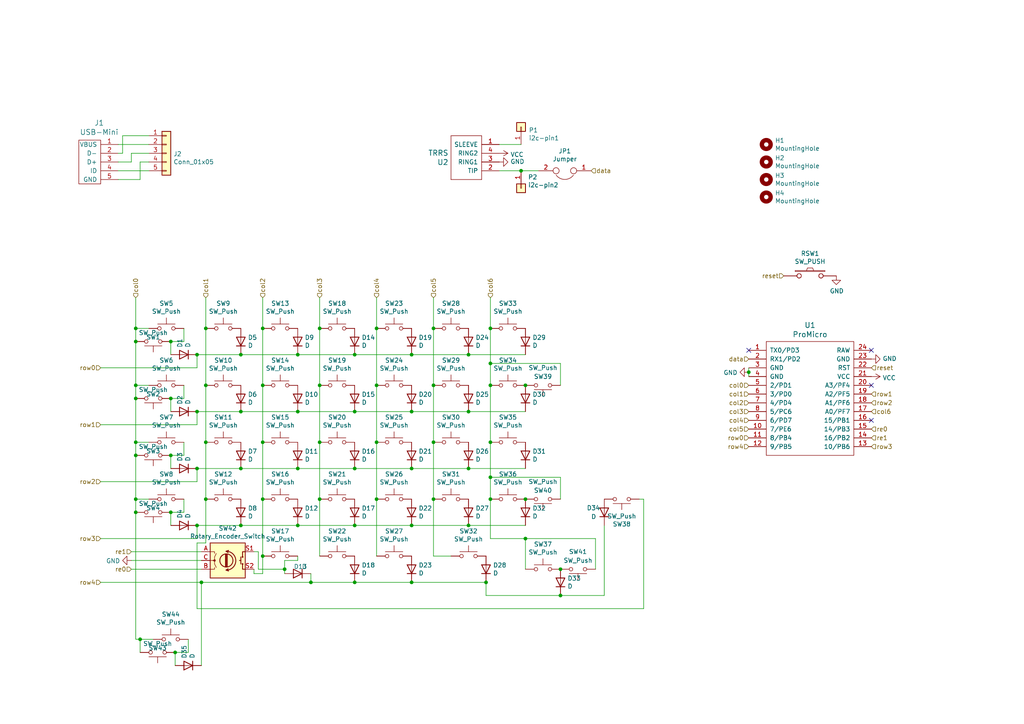
<source format=kicad_sch>
(kicad_sch (version 20211123) (generator eeschema)
  (paper "A4")
  (title_block (title "pluckey") (date "2021-05-23") (rev "1.1") (company "floookay"))
  (lib_symbols
    (symbol "Connector_Generic:Conn_01x01" (pin_names (offset 1.016) hide)
      (property "Reference" "J" (at 0 2.54 0))
      (property "Value" "Conn_01x01" (at 0 -2.54 0))
      (symbol "Conn_01x01_1_1"
        (rectangle (start -1.27 0.127) (end 0 -0.127) (stroke (width 0.1524)))
        (rectangle (start -1.27 1.27) (end 1.27 -1.27) (stroke (width 0.254)) (fill (type background)))
        (pin passive line (at -5.08 0 0) (length 3.81) (name "Pin_1") (number "1"))
      )
    )
    (symbol "Connector_Generic:Conn_01x05" (pin_names (offset 1.016) hide)
      (property "Reference" "J" (at 0 7.62 0))
      (property "Value" "Conn_01x05" (at 0 -7.62 0))
      (symbol "Conn_01x05_1_1"
        (rectangle (start -1.27 -4.953) (end 0 -5.207) (stroke (width 0.1524)))
        (rectangle (start -1.27 -2.413) (end 0 -2.667) (stroke (width 0.1524)))
        (rectangle (start -1.27 0.127) (end 0 -0.127) (stroke (width 0.1524)))
        (rectangle (start -1.27 2.667) (end 0 2.413) (stroke (width 0.1524)))
        (rectangle (start -1.27 5.207) (end 0 4.953) (stroke (width 0.1524)))
        (rectangle (start -1.27 6.35) (end 1.27 -6.35) (stroke (width 0.254)) (fill (type background)))
        (pin passive line (at -5.08 5.08 0) (length 3.81) (name "Pin_1") (number "1"))
        (pin passive line (at -5.08 2.54 0) (length 3.81) (name "Pin_2") (number "2"))
        (pin passive line (at -5.08 0 0) (length 3.81) (name "Pin_3") (number "3"))
        (pin passive line (at -5.08 -2.54 0) (length 3.81) (name "Pin_4") (number "4"))
        (pin passive line (at -5.08 -5.08 0) (length 3.81) (name "Pin_5") (number "5"))
      )
    )
    (symbol "Device:D" (pin_numbers hide) (pin_names (offset 1.016) hide)
      (property "Reference" "D" (at 0 2.54 0))
      (property "Value" "D" (at 0 -2.54 0))
      (symbol "D_0_1"
        (polyline (pts (xy -1.27 1.27) (xy -1.27 -1.27)) (stroke (width 0.254)))
        (polyline (pts (xy 1.27 0) (xy -1.27 0)))
        (polyline (pts (xy 1.27 1.27) (xy 1.27 -1.27) (xy -1.27 0) (xy 1.27 1.27)) (stroke (width 0.254)))
      )
      (symbol "D_1_1"
        (pin passive line (at -3.81 0 0) (length 2.54) (name "K") (number "1"))
        (pin passive line (at 3.81 0 180) (length 2.54) (name "A") (number "2"))
      )
    )
    (symbol "Device:Jumper" (pin_names (offset 0.762) hide)
      (property "Reference" "JP" (at 0 3.81 0))
      (property "Value" "Device_Jumper" (at 0 -2.032 0))
      (symbol "Jumper_0_1"
        (circle (center -2.54 0) (radius 0.889))
        (arc (start 2.5146 1.27) (mid 0.0127 2.5097) (end -2.4892 1.27))
        (circle (center 2.54 0) (radius 0.889))
        (pin passive line (at -7.62 0 0) (length 4.191) (name "1") (number "1"))
        (pin passive line (at 7.62 0 180) (length 4.191) (name "2") (number "2"))
      )
    )
    (symbol "Device:Rotary_Encoder_Switch" (pin_names (offset 0.254) hide)
      (property "Reference" "SW" (at 0 6.604 0))
      (property "Value" "Device_Rotary_Encoder_Switch" (at 0 -6.604 0))
      (symbol "Rotary_Encoder_Switch_0_1"
        (rectangle (start -5.08 5.08) (end 5.08 -5.08) (stroke (width 0.254)) (fill (type background)))
        (circle (center -3.81 0) (radius 0.254) (fill (type outline)))
        (arc (start -0.381 -2.794) (mid 2.3622 -0.0635) (end -0.381 2.667) (stroke (width 0.254)))
        (circle (center -0.381 0) (radius 1.905) (stroke (width 0.254)))
        (polyline (pts (xy -0.635 -1.778) (xy -0.635 1.778)) (stroke (width 0.254)))
        (polyline (pts (xy -0.381 -1.778) (xy -0.381 1.778)) (stroke (width 0.254)))
        (polyline (pts (xy -0.127 1.778) (xy -0.127 -1.778)) (stroke (width 0.254)))
        (polyline (pts (xy 3.81 0) (xy 3.429 0)) (stroke (width 0.254)))
        (polyline (pts (xy 3.81 1.016) (xy 3.81 -1.016)) (stroke (width 0.254)))
        (polyline (pts (xy -5.08 -2.54) (xy -3.81 -2.54) (xy -3.81 -2.032)))
        (polyline (pts (xy -5.08 2.54) (xy -3.81 2.54) (xy -3.81 2.032)))
        (polyline (pts (xy 0.254 -3.048) (xy -0.508 -2.794) (xy 0.127 -2.413)) (stroke (width 0.254)))
        (polyline (pts (xy 0.254 2.921) (xy -0.508 2.667) (xy 0.127 2.286)) (stroke (width 0.254)))
        (polyline (pts (xy 5.08 -2.54) (xy 4.318 -2.54) (xy 4.318 -1.016)) (stroke (width 0.254)))
        (polyline (pts (xy 5.08 2.54) (xy 4.318 2.54) (xy 4.318 1.016)) (stroke (width 0.254)))
        (polyline (pts (xy -5.08 0) (xy -3.81 0) (xy -3.81 -1.016) (xy -3.302 -2.032)))
        (polyline (pts (xy -4.318 0) (xy -3.81 0) (xy -3.81 1.016) (xy -3.302 2.032)))
        (circle (center 4.318 -1.016) (radius 0.127) (stroke (width 0.254)))
        (circle (center 4.318 1.016) (radius 0.127) (stroke (width 0.254)))
      )
      (symbol "Rotary_Encoder_Switch_1_1"
        (pin passive line (at -7.62 2.54 0) (length 2.54) (name "A") (number "A"))
        (pin passive line (at -7.62 -2.54 0) (length 2.54) (name "B") (number "B"))
        (pin passive line (at -7.62 0 0) (length 2.54) (name "C") (number "C"))
        (pin passive line (at 7.62 2.54 180) (length 2.54) (name "S1") (number "S1"))
        (pin passive line (at 7.62 -2.54 180) (length 2.54) (name "S2") (number "S2"))
      )
    )
    (symbol "Mechanical:MountingHole" (pin_names (offset 1.016))
      (property "Reference" "H" (at 0 5.08 0))
      (property "Value" "MountingHole" (at 0 3.175 0))
      (symbol "MountingHole_0_1"
        (circle (center 0 0) (radius 1.27) (stroke (width 1.27)))
      )
    )
    (symbol "Switch:SW_Push" (pin_numbers hide) (pin_names (offset 1.016) hide)
      (property "Reference" "SW" (at 1.27 2.54 0))
      (property "Value" "SW_Push" (at 0 -1.524 0))
      (symbol "SW_Push_0_1"
        (circle (center -2.032 0) (radius 0.508))
        (polyline (pts (xy 0 1.27) (xy 0 3.048)))
        (polyline (pts (xy 2.54 1.27) (xy -2.54 1.27)))
        (circle (center 2.032 0) (radius 0.508))
        (pin passive line (at -5.08 0 0) (length 2.54) (name "1") (number "1"))
        (pin passive line (at 5.08 0 180) (length 2.54) (name "2") (number "2"))
      )
    )
    (symbol "kbd:SW_PUSH" (pin_numbers hide) (pin_names (offset 1.016) hide)
      (property "Reference" "SW" (at 3.81 2.794 0))
      (property "Value" "kbd_SW_PUSH" (at 0 -2.032 0))
      (symbol "SW_PUSH_0_1"
        (rectangle (start -4.318 1.27) (end 4.318 1.524))
        (polyline (pts (xy -1.016 1.524) (xy -0.762 2.286) (xy 0.762 2.286) (xy 1.016 1.524)))
        (pin passive inverted (at -7.62 0 0) (length 5.08) (name "1") (number "1"))
        (pin passive inverted (at 7.62 0 180) (length 5.08) (name "2") (number "2"))
      )
    )
    (symbol "keebio:ProMicro" (pin_names (offset 1.016))
      (property "Reference" "U" (at 0 0 0))
      (property "Value" "keebio_ProMicro" (at 0 -19.05 0))
      (symbol "ProMicro_0_1"
        (rectangle (start -12.7 -16.51) (end 12.7 16.51))
      )
      (symbol "ProMicro_1_1"
        (pin input line (at -17.78 13.97 0) (length 5.08) (name "TX0/PD3") (number "1"))
        (pin input line (at -17.78 -8.89 0) (length 5.08) (name "7/PE6") (number "10"))
        (pin input line (at -17.78 -11.43 0) (length 5.08) (name "8/PB4") (number "11"))
        (pin input line (at -17.78 -13.97 0) (length 5.08) (name "9/PB5") (number "12"))
        (pin input line (at 17.78 -13.97 180) (length 5.08) (name "10/PB6") (number "13"))
        (pin input line (at 17.78 -11.43 180) (length 5.08) (name "16/PB2") (number "14"))
        (pin input line (at 17.78 -8.89 180) (length 5.08) (name "14/PB3") (number "15"))
        (pin input line (at 17.78 -6.35 180) (length 5.08) (name "15/PB1") (number "16"))
        (pin input line (at 17.78 -3.81 180) (length 5.08) (name "A0/PF7") (number "17"))
        (pin input line (at 17.78 -1.27 180) (length 5.08) (name "A1/PF6") (number "18"))
        (pin input line (at 17.78 1.27 180) (length 5.08) (name "A2/PF5") (number "19"))
        (pin input line (at -17.78 11.43 0) (length 5.08) (name "RX1/PD2") (number "2"))
        (pin input line (at 17.78 3.81 180) (length 5.08) (name "A3/PF4") (number "20"))
        (pin input line (at 17.78 6.35 180) (length 5.08) (name "VCC") (number "21"))
        (pin input line (at 17.78 8.89 180) (length 5.08) (name "RST") (number "22"))
        (pin input line (at 17.78 11.43 180) (length 5.08) (name "GND") (number "23"))
        (pin input line (at 17.78 13.97 180) (length 5.08) (name "RAW") (number "24"))
        (pin input line (at -17.78 8.89 0) (length 5.08) (name "GND") (number "3"))
        (pin input line (at -17.78 6.35 0) (length 5.08) (name "GND") (number "4"))
        (pin input line (at -17.78 3.81 0) (length 5.08) (name "2/PD1") (number "5"))
        (pin input line (at -17.78 1.27 0) (length 5.08) (name "3/PD0") (number "6"))
        (pin input line (at -17.78 -1.27 0) (length 5.08) (name "4/PD4") (number "7"))
        (pin input line (at -17.78 -3.81 0) (length 5.08) (name "5/PC6") (number "8"))
        (pin input line (at -17.78 -6.35 0) (length 5.08) (name "6/PD7") (number "9"))
      )
    )
    (symbol "keebio:TRRS" (pin_names (offset 1.016))
      (property "Reference" "U" (at 0 15.24 0))
      (property "Value" "keebio_TRRS" (at 0 -2.54 0))
      (symbol "TRRS_0_1"
        (rectangle (start -3.81 0) (end -3.81 12.7))
        (rectangle (start -3.81 12.7) (end 5.08 12.7))
        (rectangle (start 5.08 0) (end -3.81 0))
        (rectangle (start 5.08 12.7) (end 5.08 0))
      )
      (symbol "TRRS_1_1"
        (pin input line (at -8.89 2.54 0) (length 5.08) (name "SLEEVE") (number "1"))
        (pin input line (at -8.89 10.16 0) (length 5.08) (name "TIP") (number "2"))
        (pin input line (at -8.89 7.62 0) (length 5.08) (name "RING1") (number "3"))
        (pin input line (at -8.89 5.08 0) (length 5.08) (name "RING2") (number "4"))
      )
    )
    (symbol "keebio:USB-Mini" (pin_names (offset 1.016))
      (property "Reference" "U" (at 0 15.24 0))
      (property "Value" "keebio_USB-Mini" (at 0 -2.54 0))
      (symbol "USB-Mini_0_1"
        (rectangle (start 0 0) (end -6.35 12.7))
      )
      (symbol "USB-Mini_1_1"
        (pin input line (at 5.08 11.43 180) (length 5.08) (name "VBUS") (number "1"))
        (pin input line (at 5.08 8.89 180) (length 5.08) (name "D-") (number "2"))
        (pin input line (at 5.08 6.35 180) (length 5.08) (name "D+") (number "3"))
        (pin input line (at 5.08 3.81 180) (length 5.08) (name "ID") (number "4"))
        (pin input line (at 5.08 1.27 180) (length 5.08) (name "GND") (number "5"))
      )
    )
    (symbol "power:GND" (power) (pin_names (offset 0))
      (property "Value" "GND" (at 0 -3.81 0))
      (symbol "GND_0_1"
        (polyline (pts (xy 0 0) (xy 0 -1.27) (xy 1.27 -1.27) (xy 0 -2.54) (xy -1.27 -1.27) (xy 0 -1.27)))
      )
      (symbol "GND_1_1"
        (pin power_in line (at 0 0 270) (length 0) hide (name "GND") (number "1"))
      )
    )
    (symbol "power:VCC" (power) (pin_names (offset 0))
      (property "Value" "VCC" (at 0 3.81 0))
      (symbol "VCC_0_1"
        (polyline (pts (xy -0.762 1.27) (xy 0 2.54)))
        (polyline (pts (xy 0 0) (xy 0 2.54)))
        (polyline (pts (xy 0 2.54) (xy 0.762 1.27)))
      )
      (symbol "VCC_1_1"
        (pin power_in line (at 0 0 90) (length 0) hide (name "VCC") (number "1"))
      )
    )
  )
  (junction (at 102.87 119.38))
  (junction (at 102.87 135.89))
  (junction (at 49.53 115.57))
  (junction (at 40.64 185.42))
  (junction (at 142.24 138.43))
  (junction (at 39.37 115.57))
  (junction (at 140.97 168.91))
  (junction (at 59.69 95.25))
  (junction (at 76.2 111.76))
  (junction (at 142.24 111.76))
  (junction (at 125.73 95.25))
  (junction (at 58.42 168.91))
  (junction (at 39.37 132.08))
  (junction (at 135.89 119.38))
  (junction (at 39.37 99.06))
  (junction (at 135.89 152.4))
  (junction (at 142.24 105.41))
  (junction (at 119.38 168.91))
  (junction (at 90.17 168.91))
  (junction (at 39.37 111.76))
  (junction (at 92.71 111.76))
  (junction (at 109.22 128.27))
  (junction (at 92.71 95.25))
  (junction (at 152.4 144.78))
  (junction (at 76.2 144.78))
  (junction (at 109.22 144.78))
  (junction (at 151.13 49.53))
  (junction (at 152.4 111.76))
  (junction (at 162.56 165.1))
  (junction (at 82.55 165.1))
  (junction (at 135.89 135.89))
  (junction (at 86.36 135.89))
  (junction (at 86.36 102.87))
  (junction (at 57.15 102.87))
  (junction (at 59.69 111.76))
  (junction (at 162.56 172.72))
  (junction (at 69.85 135.89))
  (junction (at 57.15 119.38))
  (junction (at 39.37 144.78))
  (junction (at 102.87 168.91))
  (junction (at 109.22 95.25))
  (junction (at 125.73 111.76))
  (junction (at 86.36 152.4))
  (junction (at 57.15 135.89))
  (junction (at 102.87 102.87))
  (junction (at 142.24 128.27))
  (junction (at 50.8 189.23))
  (junction (at 119.38 152.4))
  (junction (at 92.71 128.27))
  (junction (at 109.22 111.76))
  (junction (at 135.89 102.87))
  (junction (at 119.38 102.87))
  (junction (at 76.2 128.27))
  (junction (at 49.53 132.08))
  (junction (at 69.85 102.87))
  (junction (at 69.85 152.4))
  (junction (at 152.4 156.21))
  (junction (at 69.85 119.38))
  (junction (at 142.24 95.25))
  (junction (at 59.69 128.27))
  (junction (at 39.37 148.59))
  (junction (at 59.69 144.78))
  (junction (at 119.38 119.38))
  (junction (at 49.53 148.59))
  (junction (at 125.73 128.27))
  (junction (at 217.17 107.95))
  (junction (at 86.36 119.38))
  (junction (at 119.38 135.89))
  (junction (at 76.2 95.25))
  (junction (at 92.71 144.78))
  (junction (at 49.53 99.06))
  (junction (at 125.73 144.78))
  (junction (at 142.24 144.78))
  (junction (at 102.87 152.4))
  (junction (at 39.37 95.25))
  (junction (at 76.2 161.29))
  (junction (at 57.15 152.4))
  (junction (at 39.37 128.27))
  (no_connect (at 252.73 121.92))
  (no_connect (at 217.17 101.6))
  (no_connect (at 252.73 101.6))
  (no_connect (at 252.73 111.76))
  (wire (pts (xy 49.53 99.06) (xy 53.34 99.06)))
  (wire (pts (xy 49.53 102.87) (xy 49.53 99.06)))
  (wire (pts (xy 40.64 46.99) (xy 43.18 46.99)))
  (wire (pts (xy 186.69 144.78) (xy 186.69 176.53)))
  (wire (pts (xy 125.73 111.76) (xy 125.73 128.27)))
  (wire (pts (xy 109.22 161.29) (xy 109.22 144.78)))
  (wire (pts (xy 142.24 95.25) (xy 142.24 105.41)))
  (wire (pts (xy 57.15 135.89) (xy 69.85 135.89)))
  (wire (pts (xy 39.37 95.25) (xy 39.37 99.06)))
  (wire (pts (xy 76.2 95.25) (xy 76.2 111.76)))
  (wire (pts (xy 86.36 119.38) (xy 102.87 119.38)))
  (wire (pts (xy 34.29 52.07) (xy 40.64 52.07)))
  (wire (pts (xy 29.21 139.7) (xy 57.15 139.7)))
  (wire (pts (xy 140.97 168.91) (xy 140.97 172.72)))
  (wire (pts (xy 73.66 165.1) (xy 73.66 166.37)))
  (wire (pts (xy 76.2 111.76) (xy 76.2 128.27)))
  (wire (pts (xy 53.34 99.06) (xy 53.34 95.25)))
  (wire (pts (xy 135.89 135.89) (xy 152.4 135.89)))
  (wire (pts (xy 102.87 135.89) (xy 119.38 135.89)))
  (wire (pts (xy 109.22 95.25) (xy 109.22 111.76)))
  (wire (pts (xy 142.24 144.78) (xy 142.24 156.21)))
  (wire (pts (xy 58.42 160.02) (xy 38.1 160.02)))
  (wire (pts (xy 162.56 138.43) (xy 162.56 144.78)))
  (wire (pts (xy 175.26 172.72) (xy 175.26 152.4)))
  (wire (pts (xy 82.55 165.1) (xy 82.55 162.56)))
  (wire (pts (xy 74.93 160.02) (xy 73.66 160.02)))
  (wire (pts (xy 76.2 166.37) (xy 76.2 161.29)))
  (wire (pts (xy 119.38 152.4) (xy 135.89 152.4)))
  (wire (pts (xy 54.61 185.42) (xy 54.61 189.23)))
  (wire (pts (xy 92.71 111.76) (xy 92.71 128.27)))
  (wire (pts (xy 39.37 144.78) (xy 39.37 148.59)))
  (wire (pts (xy 144.78 49.53) (xy 151.13 49.53)))
  (wire (pts (xy 144.78 41.91) (xy 151.13 41.91)))
  (wire (pts (xy 53.34 148.59) (xy 49.53 148.59)))
  (wire (pts (xy 57.15 152.4) (xy 69.85 152.4)))
  (wire (pts (xy 90.17 168.91) (xy 102.87 168.91)))
  (wire (pts (xy 142.24 111.76) (xy 142.24 128.27)))
  (wire (pts (xy 86.36 162.56) (xy 86.36 161.29)))
  (wire (pts (xy 53.34 115.57) (xy 49.53 115.57)))
  (wire (pts (xy 53.34 144.78) (xy 53.34 148.59)))
  (wire (pts (xy 35.56 44.45) (xy 35.56 39.37)))
  (wire (pts (xy 38.1 46.99) (xy 38.1 44.45)))
  (wire (pts (xy 57.15 123.19) (xy 57.15 119.38)))
  (wire (pts (xy 50.8 193.04) (xy 50.8 189.23)))
  (wire (pts (xy 69.85 135.89) (xy 86.36 135.89)))
  (wire (pts (xy 58.42 168.91) (xy 90.17 168.91)))
  (wire (pts (xy 58.42 168.91) (xy 58.42 193.04)))
  (wire (pts (xy 74.93 165.1) (xy 82.55 165.1)))
  (wire (pts (xy 57.15 176.53) (xy 186.69 176.53)))
  (wire (pts (xy 57.15 106.68) (xy 57.15 102.87)))
  (wire (pts (xy 69.85 152.4) (xy 86.36 152.4)))
  (wire (pts (xy 49.53 115.57) (xy 49.53 119.38)))
  (wire (pts (xy 39.37 128.27) (xy 39.37 132.08)))
  (wire (pts (xy 57.15 139.7) (xy 57.15 135.89)))
  (wire (pts (xy 142.24 105.41) (xy 142.24 111.76)))
  (wire (pts (xy 142.24 138.43) (xy 142.24 144.78)))
  (wire (pts (xy 152.4 156.21) (xy 172.72 156.21)))
  (wire (pts (xy 29.21 156.21) (xy 57.15 156.21)))
  (wire (pts (xy 125.73 86.36) (xy 125.73 95.25)))
  (wire (pts (xy 119.38 119.38) (xy 135.89 119.38)))
  (wire (pts (xy 59.69 111.76) (xy 59.69 128.27)))
  (wire (pts (xy 102.87 152.4) (xy 119.38 152.4)))
  (wire (pts (xy 76.2 86.36) (xy 76.2 95.25)))
  (wire (pts (xy 59.69 144.78) (xy 59.69 157.48)))
  (wire (pts (xy 125.73 161.29) (xy 125.73 144.78)))
  (wire (pts (xy 59.69 128.27) (xy 59.69 144.78)))
  (wire (pts (xy 217.17 107.95) (xy 217.17 109.22)))
  (wire (pts (xy 59.69 86.36) (xy 59.69 95.25)))
  (wire (pts (xy 109.22 111.76) (xy 109.22 128.27)))
  (wire (pts (xy 135.89 102.87) (xy 152.4 102.87)))
  (wire (pts (xy 34.29 46.99) (xy 38.1 46.99)))
  (wire (pts (xy 69.85 102.87) (xy 86.36 102.87)))
  (wire (pts (xy 39.37 115.57) (xy 39.37 128.27)))
  (wire (pts (xy 140.97 172.72) (xy 162.56 172.72)))
  (wire (pts (xy 86.36 135.89) (xy 102.87 135.89)))
  (wire (pts (xy 102.87 102.87) (xy 119.38 102.87)))
  (wire (pts (xy 39.37 185.42) (xy 40.64 185.42)))
  (wire (pts (xy 57.15 156.21) (xy 57.15 152.4)))
  (wire (pts (xy 102.87 168.91) (xy 119.38 168.91)))
  (wire (pts (xy 69.85 119.38) (xy 86.36 119.38)))
  (wire (pts (xy 29.21 106.68) (xy 57.15 106.68)))
  (wire (pts (xy 109.22 86.36) (xy 109.22 95.25)))
  (wire (pts (xy 142.24 138.43) (xy 162.56 138.43)))
  (wire (pts (xy 119.38 168.91) (xy 140.97 168.91)))
  (wire (pts (xy 125.73 161.29) (xy 130.81 161.29)))
  (wire (pts (xy 29.21 168.91) (xy 58.42 168.91)))
  (wire (pts (xy 43.18 95.25) (xy 39.37 95.25)))
  (wire (pts (xy 39.37 86.36) (xy 39.37 95.25)))
  (wire (pts (xy 49.53 132.08) (xy 49.53 135.89)))
  (wire (pts (xy 34.29 44.45) (xy 35.56 44.45)))
  (wire (pts (xy 29.21 123.19) (xy 57.15 123.19)))
  (wire (pts (xy 57.15 157.48) (xy 57.15 176.53)))
  (wire (pts (xy 125.73 128.27) (xy 125.73 144.78)))
  (wire (pts (xy 43.18 144.78) (xy 39.37 144.78)))
  (wire (pts (xy 92.71 144.78) (xy 92.71 161.29)))
  (wire (pts (xy 74.93 165.1) (xy 74.93 160.02)))
  (wire (pts (xy 39.37 148.59) (xy 39.37 185.42)))
  (wire (pts (xy 40.64 185.42) (xy 40.64 189.23)))
  (wire (pts (xy 43.18 111.76) (xy 39.37 111.76)))
  (wire (pts (xy 92.71 128.27) (xy 92.71 144.78)))
  (wire (pts (xy 76.2 128.27) (xy 76.2 144.78)))
  (wire (pts (xy 135.89 119.38) (xy 152.4 119.38)))
  (wire (pts (xy 172.72 156.21) (xy 172.72 165.1)))
  (wire (pts (xy 125.73 95.25) (xy 125.73 111.76)))
  (wire (pts (xy 102.87 119.38) (xy 119.38 119.38)))
  (wire (pts (xy 186.69 144.78) (xy 185.42 144.78)))
  (wire (pts (xy 39.37 111.76) (xy 39.37 115.57)))
  (wire (pts (xy 152.4 156.21) (xy 152.4 165.1)))
  (wire (pts (xy 53.34 132.08) (xy 49.53 132.08)))
  (wire (pts (xy 57.15 102.87) (xy 69.85 102.87)))
  (wire (pts (xy 49.53 152.4) (xy 49.53 148.59)))
  (wire (pts (xy 53.34 111.76) (xy 53.34 115.57)))
  (wire (pts (xy 119.38 102.87) (xy 135.89 102.87)))
  (wire (pts (xy 39.37 99.06) (xy 39.37 111.76)))
  (wire (pts (xy 57.15 119.38) (xy 69.85 119.38)))
  (wire (pts (xy 35.56 39.37) (xy 43.18 39.37)))
  (wire (pts (xy 92.71 95.25) (xy 92.71 111.76)))
  (wire (pts (xy 92.71 86.36) (xy 92.71 95.25)))
  (wire (pts (xy 43.18 49.53) (xy 34.29 49.53)))
  (wire (pts (xy 142.24 128.27) (xy 142.24 138.43)))
  (wire (pts (xy 162.56 105.41) (xy 162.56 111.76)))
  (wire (pts (xy 34.29 41.91) (xy 43.18 41.91)))
  (wire (pts (xy 76.2 144.78) (xy 76.2 161.29)))
  (wire (pts (xy 82.55 162.56) (xy 86.36 162.56)))
  (wire (pts (xy 82.55 165.1) (xy 82.55 166.37)))
  (wire (pts (xy 44.45 185.42) (xy 40.64 185.42)))
  (wire (pts (xy 58.42 165.1) (xy 38.1 165.1)))
  (wire (pts (xy 142.24 105.41) (xy 162.56 105.41)))
  (wire (pts (xy 73.66 166.37) (xy 76.2 166.37)))
  (wire (pts (xy 90.17 166.37) (xy 90.17 168.91)))
  (wire (pts (xy 86.36 102.87) (xy 102.87 102.87)))
  (wire (pts (xy 38.1 44.45) (xy 43.18 44.45)))
  (wire (pts (xy 119.38 135.89) (xy 135.89 135.89)))
  (wire (pts (xy 86.36 152.4) (xy 102.87 152.4)))
  (wire (pts (xy 53.34 128.27) (xy 53.34 132.08)))
  (wire (pts (xy 142.24 86.36) (xy 142.24 95.25)))
  (wire (pts (xy 54.61 189.23) (xy 50.8 189.23)))
  (wire (pts (xy 142.24 156.21) (xy 152.4 156.21)))
  (wire (pts (xy 109.22 128.27) (xy 109.22 144.78)))
  (wire (pts (xy 151.13 49.53) (xy 156.21 49.53)))
  (wire (pts (xy 59.69 157.48) (xy 57.15 157.48)))
  (wire (pts (xy 39.37 132.08) (xy 39.37 144.78)))
  (wire (pts (xy 43.18 128.27) (xy 39.37 128.27)))
  (wire (pts (xy 162.56 172.72) (xy 175.26 172.72)))
  (wire (pts (xy 217.17 106.68) (xy 217.17 107.95)))
  (wire (pts (xy 58.42 162.56) (xy 38.1 162.56)))
  (wire (pts (xy 40.64 52.07) (xy 40.64 46.99)))
  (wire (pts (xy 59.69 95.25) (xy 59.69 111.76)))
  (wire (pts (xy 135.89 152.4) (xy 152.4 152.4)))
  (hierarchical_label "data" (shape input) (at 171.45 49.53 0))
  (hierarchical_label "col4" (shape input) (at 109.22 86.36 90))
  (hierarchical_label "col5" (shape input) (at 125.73 86.36 90))
  (hierarchical_label "col0" (shape input) (at 217.17 111.76 180))
  (hierarchical_label "col2" (shape input) (at 76.2 86.36 90))
  (hierarchical_label "row2" (shape input) (at 252.73 116.84 0))
  (hierarchical_label "re0" (shape input) (at 38.1 165.1 180))
  (hierarchical_label "re1" (shape input) (at 252.73 127 0))
  (hierarchical_label "row0" (shape input) (at 29.21 106.68 180))
  (hierarchical_label "row4" (shape input) (at 217.17 129.54 180))
  (hierarchical_label "re0" (shape input) (at 252.73 124.46 0))
  (hierarchical_label "col2" (shape input) (at 217.17 116.84 180))
  (hierarchical_label "re1" (shape input) (at 38.1 160.02 180))
  (hierarchical_label "row3" (shape input) (at 29.21 156.21 180))
  (hierarchical_label "row3" (shape input) (at 252.73 129.54 0))
  (hierarchical_label "col3" (shape input) (at 217.17 119.38 180))
  (hierarchical_label "row4" (shape input) (at 29.21 168.91 180))
  (hierarchical_label "row1" (shape input) (at 252.73 114.3 0))
  (hierarchical_label "col3" (shape input) (at 92.71 86.36 90))
  (hierarchical_label "reset" (shape input) (at 252.73 106.68 0))
  (hierarchical_label "col6" (shape input) (at 252.73 119.38 0))
  (hierarchical_label "row0" (shape input) (at 217.17 127 180))
  (hierarchical_label "col1" (shape input) (at 59.69 86.36 90))
  (hierarchical_label "col4" (shape input) (at 217.17 121.92 180))
  (hierarchical_label "col1" (shape input) (at 217.17 114.3 180))
  (hierarchical_label "col6" (shape input) (at 142.24 86.36 90))
  (hierarchical_label "row1" (shape input) (at 29.21 123.19 180))
  (hierarchical_label "row2" (shape input) (at 29.21 139.7 180))
  (hierarchical_label "col0" (shape input) (at 39.37 86.36 90))
  (hierarchical_label "data" (shape input) (at 217.17 104.14 180))
  (hierarchical_label "reset" (shape input) (at 227.33 80.01 180))
  (hierarchical_label "col5" (shape input) (at 217.17 124.46 180))
  (symbol (lib_id "keebio:USB-Mini") (at 29.21 53.34 0) (unit 1)
    (property "Reference" "J1" (at 28.7782 35.6362 0) (effects (font (size 1.524 1.524))))
    (property "Value" "USB-Mini" (at 28.7782 38.3286 0) (effects (font (size 1.524 1.524))))
    (property "Footprint" "Keebio-Parts:USB-Mini-B_2leg" (effects hide))
  )
  (symbol (lib_id "keebio:ProMicro") (at 234.95 115.57 0) (unit 1)
    (property "Reference" "U1" (at 234.95 94.3102 0) (effects (font (size 1.524 1.524))))
    (property "Value" "ProMicro" (at 234.95 97.0026 0) (effects (font (size 1.524 1.524))))
    (property "Footprint" "Keebio-Parts:ArduinoProMicro" (effects hide))
  )
  (symbol (lib_id "keebio:TRRS") (at 135.89 39.37 180) (unit 1)
    (property "Reference" "U2" (at 130.0988 47.0662 0) (effects (font (size 1.524 1.524)) (justify left)))
    (property "Value" "TRRS" (at 130.0988 44.3738 0) (effects (font (size 1.524 1.524)) (justify left)))
    (property "Footprint" "local:MJ-4PP-9" (effects hide))
  )
  (symbol (lib_id "Switch:SW_Push") (at 44.45 99.06 180) (unit 1)
    (property "Reference" "SW1" (at 44.45 97.79 0))
    (property "Value" "SW_Push" (at 44.45 96.52 0))
    (property "Footprint" "keyswitches:SW_MX_reversible" (effects hide))
  )
  (symbol (lib_id "Switch:SW_Push") (at 44.45 115.57 180) (unit 1)
    (property "Reference" "SW2" (at 44.45 114.3 0))
    (property "Value" "SW_Push" (at 44.45 113.03 0))
    (property "Footprint" "keyswitches:SW_MX_reversible" (effects hide))
  )
  (symbol (lib_id "Switch:SW_Push") (at 44.45 132.08 180) (unit 1)
    (property "Reference" "SW3" (at 44.45 130.81 0))
    (property "Value" "SW_Push" (at 44.45 129.54 0))
    (property "Footprint" "keyswitches:SW_MX_reversible" (effects hide))
  )
  (symbol (lib_id "Switch:SW_Push") (at 44.45 148.59 180) (unit 1)
    (property "Reference" "SW4" (at 44.45 147.32 0))
    (property "Value" "SW_Push" (at 44.45 146.05 0))
    (property "Footprint" "keyswitches:SW_MX_reversible" (effects hide))
  )
  (symbol (lib_id "Switch:SW_Push") (at 48.26 95.25 0) (unit 1)
    (property "Reference" "SW5" (at 48.26 88.011 0))
    (property "Value" "SW_Push" (at 48.26 90.3224 0))
    (property "Footprint" "keyswitches:SW_MX_reversible" (effects hide))
  )
  (symbol (lib_id "Device:D") (at 53.34 102.87 180) (unit 1)
    (property "Reference" "D1" (at 52.1716 100.838 90) (effects (justify right)))
    (property "Value" "D" (at 54.483 100.838 90) (effects (justify right)))
    (property "Footprint" "Keebio-Parts:Diode-dual" (effects hide))
  )
  (symbol (lib_id "Switch:SW_Push") (at 48.26 111.76 0) (unit 1)
    (property "Reference" "SW6" (at 48.26 104.521 0))
    (property "Value" "SW_Push" (at 48.26 106.8324 0))
    (property "Footprint" "keyswitches:SW_MX_reversible" (effects hide))
  )
  (symbol (lib_id "Device:D") (at 53.34 119.38 180) (unit 1)
    (property "Reference" "D2" (at 52.1716 117.348 90) (effects (justify right)))
    (property "Value" "D" (at 54.483 117.348 90) (effects (justify right)))
    (property "Footprint" "Keebio-Parts:Diode-dual" (effects hide))
  )
  (symbol (lib_id "Switch:SW_Push") (at 48.26 128.27 0) (unit 1)
    (property "Reference" "SW7" (at 48.26 121.031 0))
    (property "Value" "SW_Push" (at 48.26 123.3424 0))
    (property "Footprint" "keyswitches:SW_MX_reversible" (effects hide))
  )
  (symbol (lib_id "Device:D") (at 53.34 135.89 180) (unit 1)
    (property "Reference" "D3" (at 52.1716 133.858 90) (effects (justify right)))
    (property "Value" "D" (at 54.483 133.858 90) (effects (justify right)))
    (property "Footprint" "Keebio-Parts:Diode-dual" (effects hide))
  )
  (symbol (lib_id "Switch:SW_Push") (at 48.26 144.78 0) (unit 1)
    (property "Reference" "SW8" (at 48.26 137.541 0))
    (property "Value" "SW_Push" (at 48.26 139.8524 0))
    (property "Footprint" "keyswitches:SW_MX_reversible" (effects hide))
  )
  (symbol (lib_id "Device:D") (at 53.34 152.4 180) (unit 1)
    (property "Reference" "D4" (at 52.1716 150.368 90) (effects (justify right)))
    (property "Value" "D" (at 54.483 150.368 90) (effects (justify right)))
    (property "Footprint" "Keebio-Parts:Diode-dual" (effects hide))
  )
  (symbol (lib_id "Switch:SW_Push") (at 81.28 161.29 0) (unit 1)
    (property "Reference" "SW17" (at 81.28 154.051 0))
    (property "Value" "SW_Push" (at 81.28 156.3624 0))
    (property "Footprint" "keyswitches:SW_MX_reversible" (effects hide))
  )
  (symbol (lib_id "Device:D") (at 86.36 166.37 180) (unit 1)
    (property "Reference" "D13" (at 85.1916 164.338 0) (effects (justify right)))
    (property "Value" "D" (at 87.503 164.338 0) (effects (justify right)))
    (property "Footprint" "Keebio-Parts:Diode-dual" (effects hide))
  )
  (symbol (lib_id "Switch:SW_Push") (at 97.79 161.29 0) (unit 1)
    (property "Reference" "SW22" (at 97.79 154.051 0))
    (property "Value" "SW_Push" (at 97.79 156.3624 0))
    (property "Footprint" "keyswitches:SW_MX_reversible" (effects hide))
  )
  (symbol (lib_id "Device:D") (at 102.87 165.1 90) (unit 1)
    (property "Reference" "D18" (at 104.902 163.9316 90) (effects (justify right)))
    (property "Value" "D" (at 104.902 166.243 90) (effects (justify right)))
    (property "Footprint" "Keebio-Parts:Diode-dual" (effects hide))
  )
  (symbol (lib_id "Switch:SW_Push") (at 114.3 161.29 0) (unit 1)
    (property "Reference" "SW27" (at 114.3 154.051 0))
    (property "Value" "SW_Push" (at 114.3 156.3624 0))
    (property "Footprint" "keyswitches:SW_MX_reversible" (effects hide))
  )
  (symbol (lib_id "Device:D") (at 119.38 165.1 90) (unit 1)
    (property "Reference" "D23" (at 121.412 163.9316 90) (effects (justify right)))
    (property "Value" "D" (at 121.412 166.243 90) (effects (justify right)))
    (property "Footprint" "Keebio-Parts:Diode-dual" (effects hide))
  )
  (symbol (lib_id "Switch:SW_Push") (at 180.34 144.78 180) (unit 1)
    (property "Reference" "SW38" (at 180.34 152.019 0))
    (property "Value" "SW_Push" (at 180.34 149.7076 0))
    (property "Footprint" "keyswitches:SW_MX_reversible" (effects hide))
  )
  (symbol (lib_id "Device:D") (at 175.26 148.59 90) (unit 1)
    (property "Reference" "D34" (at 170.18 147.32 90) (effects (justify right)))
    (property "Value" "D" (at 171.45 149.86 90) (effects (justify right)))
    (property "Footprint" "Keebio-Parts:Diode-dual" (effects hide))
  )
  (symbol (lib_id "Switch:SW_Push") (at 135.89 161.29 0) (unit 1)
    (property "Reference" "SW32" (at 135.89 154.051 0))
    (property "Value" "SW_Push" (at 135.89 156.3624 0))
    (property "Footprint" "keyswitches:SW_MX_reversible" (effects hide))
  )
  (symbol (lib_id "Device:D") (at 140.97 165.1 90) (unit 1)
    (property "Reference" "D28" (at 143.002 163.9316 90) (effects (justify right)))
    (property "Value" "D" (at 143.002 166.243 90) (effects (justify right)))
    (property "Footprint" "Keebio-Parts:Diode-dual" (effects hide))
  )
  (symbol (lib_id "Switch:SW_Push") (at 157.48 165.1 0) (unit 1)
    (property "Reference" "SW37" (at 157.48 157.861 0))
    (property "Value" "SW_Push" (at 157.48 160.1724 0))
    (property "Footprint" "keyswitches:SW_MX_reversible" (effects hide))
  )
  (symbol (lib_id "Device:D") (at 162.56 168.91 90) (unit 1)
    (property "Reference" "D33" (at 164.592 167.7416 90) (effects (justify right)))
    (property "Value" "D" (at 164.592 170.053 90) (effects (justify right)))
    (property "Footprint" "Keebio-Parts:Diode-dual" (effects hide))
  )
  (symbol (lib_id "power:GND") (at 217.17 107.95 270) (unit 1)
    (property "Reference" "#PWR0101" (effects hide))
    (property "Value" "GND" (at 213.9188 108.077 90) (effects (justify right)))
  )
  (symbol (lib_id "power:GND") (at 252.73 104.14 90) (unit 1)
    (property "Reference" "#PWR0102" (effects hide))
    (property "Value" "GND" (at 255.9812 104.013 90) (effects (justify right)))
  )
  (symbol (lib_id "kbd:SW_PUSH") (at 234.95 80.01 0) (unit 1)
    (property "Reference" "RSW1" (at 234.95 73.533 0))
    (property "Value" "SW_PUSH" (at 234.95 75.8444 0))
    (property "Footprint" "kbd:ResetSW" (effects hide))
  )
  (symbol (lib_id "Switch:SW_Push") (at 167.64 165.1 180) (unit 1)
    (property "Reference" "SW41" (at 167.64 160.02 0))
    (property "Value" "SW_Push" (at 167.64 162.56 0))
    (property "Footprint" "keyswitches:SW_MX_reversible" (effects hide))
  )
  (symbol (lib_id "power:VCC") (at 252.73 109.22 270) (unit 1)
    (property "Reference" "#PWR0103" (effects hide))
    (property "Value" "VCC" (at 255.9812 109.601 90) (effects (justify left)))
  )
  (symbol (lib_id "power:GND") (at 242.57 80.01 0) (unit 1)
    (property "Reference" "#PWR0104" (effects hide))
    (property "Value" "GND" (at 242.697 84.4042 0))
  )
  (symbol (lib_id "power:GND") (at 144.78 46.99 90) (unit 1)
    (property "Reference" "#PWR0105" (effects hide))
    (property "Value" "GND" (at 148.0312 46.863 90) (effects (justify right)))
  )
  (symbol (lib_id "power:VCC") (at 144.78 44.45 270) (unit 1)
    (property "Reference" "#PWR0106" (effects hide))
    (property "Value" "VCC" (at 148.0312 44.831 90) (effects (justify left)))
  )
  (symbol (lib_id "Switch:SW_Push") (at 64.77 95.25 0) (unit 1)
    (property "Reference" "SW9" (at 64.77 88.011 0))
    (property "Value" "SW_Push" (at 64.77 90.3224 0))
    (property "Footprint" "keyswitches:SW_MX_reversible" (effects hide))
  )
  (symbol (lib_id "Device:D") (at 69.85 99.06 90) (unit 1)
    (property "Reference" "D5" (at 71.882 97.8916 90) (effects (justify right)))
    (property "Value" "D" (at 71.882 100.203 90) (effects (justify right)))
    (property "Footprint" "Keebio-Parts:Diode-dual" (effects hide))
  )
  (symbol (lib_id "Switch:SW_Push") (at 64.77 111.76 0) (unit 1)
    (property "Reference" "SW10" (at 64.77 104.521 0))
    (property "Value" "SW_Push" (at 64.77 106.8324 0))
    (property "Footprint" "keyswitches:SW_MX_reversible" (effects hide))
  )
  (symbol (lib_id "Device:D") (at 69.85 115.57 90) (unit 1)
    (property "Reference" "D6" (at 71.882 114.4016 90) (effects (justify right)))
    (property "Value" "D" (at 71.882 116.713 90) (effects (justify right)))
    (property "Footprint" "Keebio-Parts:Diode-dual" (effects hide))
  )
  (symbol (lib_id "Switch:SW_Push") (at 64.77 128.27 0) (unit 1)
    (property "Reference" "SW11" (at 64.77 121.031 0))
    (property "Value" "SW_Push" (at 64.77 123.3424 0))
    (property "Footprint" "keyswitches:SW_MX_reversible" (effects hide))
  )
  (symbol (lib_id "Device:D") (at 69.85 132.08 90) (unit 1)
    (property "Reference" "D7" (at 71.882 130.9116 90) (effects (justify right)))
    (property "Value" "D" (at 71.882 133.223 90) (effects (justify right)))
    (property "Footprint" "Keebio-Parts:Diode-dual" (effects hide))
  )
  (symbol (lib_id "Switch:SW_Push") (at 64.77 144.78 0) (unit 1)
    (property "Reference" "SW12" (at 64.77 137.541 0))
    (property "Value" "SW_Push" (at 64.77 139.8524 0))
    (property "Footprint" "keyswitches:SW_MX_reversible" (effects hide))
  )
  (symbol (lib_id "Device:D") (at 69.85 148.59 90) (unit 1)
    (property "Reference" "D8" (at 71.882 147.4216 90) (effects (justify right)))
    (property "Value" "D" (at 71.882 149.733 90) (effects (justify right)))
    (property "Footprint" "Keebio-Parts:Diode-dual" (effects hide))
  )
  (symbol (lib_id "Switch:SW_Push") (at 81.28 95.25 0) (unit 1)
    (property "Reference" "SW13" (at 81.28 88.011 0))
    (property "Value" "SW_Push" (at 81.28 90.3224 0))
    (property "Footprint" "keyswitches:SW_MX_reversible" (effects hide))
  )
  (symbol (lib_id "Device:D") (at 86.36 99.06 90) (unit 1)
    (property "Reference" "D9" (at 88.392 97.8916 90) (effects (justify right)))
    (property "Value" "D" (at 88.392 100.203 90) (effects (justify right)))
    (property "Footprint" "Keebio-Parts:Diode-dual" (effects hide))
  )
  (symbol (lib_id "Switch:SW_Push") (at 81.28 111.76 0) (unit 1)
    (property "Reference" "SW14" (at 81.28 104.521 0))
    (property "Value" "SW_Push" (at 81.28 106.8324 0))
    (property "Footprint" "keyswitches:SW_MX_reversible" (effects hide))
  )
  (symbol (lib_id "Device:D") (at 86.36 115.57 90) (unit 1)
    (property "Reference" "D10" (at 88.392 114.4016 90) (effects (justify right)))
    (property "Value" "D" (at 88.392 116.713 90) (effects (justify right)))
    (property "Footprint" "Keebio-Parts:Diode-dual" (effects hide))
  )
  (symbol (lib_id "Switch:SW_Push") (at 81.28 128.27 0) (unit 1)
    (property "Reference" "SW15" (at 81.28 121.031 0))
    (property "Value" "SW_Push" (at 81.28 123.3424 0))
    (property "Footprint" "keyswitches:SW_MX_reversible" (effects hide))
  )
  (symbol (lib_id "Device:D") (at 86.36 132.08 90) (unit 1)
    (property "Reference" "D11" (at 88.392 130.9116 90) (effects (justify right)))
    (property "Value" "D" (at 88.392 133.223 90) (effects (justify right)))
    (property "Footprint" "Keebio-Parts:Diode-dual" (effects hide))
  )
  (symbol (lib_id "Switch:SW_Push") (at 81.28 144.78 0) (unit 1)
    (property "Reference" "SW16" (at 81.28 137.541 0))
    (property "Value" "SW_Push" (at 81.28 139.8524 0))
    (property "Footprint" "keyswitches:SW_MX_reversible" (effects hide))
  )
  (symbol (lib_id "Device:D") (at 86.36 148.59 90) (unit 1)
    (property "Reference" "D12" (at 88.392 147.4216 90) (effects (justify right)))
    (property "Value" "D" (at 88.392 149.733 90) (effects (justify right)))
    (property "Footprint" "Keebio-Parts:Diode-dual" (effects hide))
  )
  (symbol (lib_id "Switch:SW_Push") (at 97.79 95.25 0) (unit 1)
    (property "Reference" "SW18" (at 97.79 88.011 0))
    (property "Value" "SW_Push" (at 97.79 90.3224 0))
    (property "Footprint" "keyswitches:SW_MX_reversible" (effects hide))
  )
  (symbol (lib_id "Device:D") (at 102.87 99.06 90) (unit 1)
    (property "Reference" "D14" (at 104.902 97.8916 90) (effects (justify right)))
    (property "Value" "D" (at 104.902 100.203 90) (effects (justify right)))
    (property "Footprint" "Keebio-Parts:Diode-dual" (effects hide))
  )
  (symbol (lib_id "Switch:SW_Push") (at 97.79 111.76 0) (unit 1)
    (property "Reference" "SW19" (at 97.79 104.521 0))
    (property "Value" "SW_Push" (at 97.79 106.8324 0))
    (property "Footprint" "keyswitches:SW_MX_reversible" (effects hide))
  )
  (symbol (lib_id "Device:D") (at 102.87 115.57 90) (unit 1)
    (property "Reference" "D15" (at 104.902 114.4016 90) (effects (justify right)))
    (property "Value" "D" (at 104.902 116.713 90) (effects (justify right)))
    (property "Footprint" "Keebio-Parts:Diode-dual" (effects hide))
  )
  (symbol (lib_id "Switch:SW_Push") (at 97.79 128.27 0) (unit 1)
    (property "Reference" "SW20" (at 97.79 121.031 0))
    (property "Value" "SW_Push" (at 97.79 123.3424 0))
    (property "Footprint" "keyswitches:SW_MX_reversible" (effects hide))
  )
  (symbol (lib_id "Device:D") (at 102.87 132.08 90) (unit 1)
    (property "Reference" "D16" (at 104.902 130.9116 90) (effects (justify right)))
    (property "Value" "D" (at 104.902 133.223 90) (effects (justify right)))
    (property "Footprint" "Keebio-Parts:Diode-dual" (effects hide))
  )
  (symbol (lib_id "Switch:SW_Push") (at 97.79 144.78 0) (unit 1)
    (property "Reference" "SW21" (at 97.79 137.541 0))
    (property "Value" "SW_Push" (at 97.79 139.8524 0))
    (property "Footprint" "keyswitches:SW_MX_reversible" (effects hide))
  )
  (symbol (lib_id "Device:D") (at 102.87 148.59 90) (unit 1)
    (property "Reference" "D17" (at 104.902 147.4216 90) (effects (justify right)))
    (property "Value" "D" (at 104.902 149.733 90) (effects (justify right)))
    (property "Footprint" "Keebio-Parts:Diode-dual" (effects hide))
  )
  (symbol (lib_id "Switch:SW_Push") (at 114.3 95.25 0) (unit 1)
    (property "Reference" "SW23" (at 114.3 88.011 0))
    (property "Value" "SW_Push" (at 114.3 90.3224 0))
    (property "Footprint" "keyswitches:SW_MX_reversible" (effects hide))
  )
  (symbol (lib_id "Device:D") (at 119.38 99.06 90) (unit 1)
    (property "Reference" "D19" (at 121.412 97.8916 90) (effects (justify right)))
    (property "Value" "D" (at 121.412 100.203 90) (effects (justify right)))
    (property "Footprint" "Keebio-Parts:Diode-dual" (effects hide))
  )
  (symbol (lib_id "Switch:SW_Push") (at 114.3 111.76 0) (unit 1)
    (property "Reference" "SW24" (at 114.3 104.521 0))
    (property "Value" "SW_Push" (at 114.3 106.8324 0))
    (property "Footprint" "keyswitches:SW_MX_reversible" (effects hide))
  )
  (symbol (lib_id "Device:D") (at 119.38 115.57 90) (unit 1)
    (property "Reference" "D20" (at 121.412 114.4016 90) (effects (justify right)))
    (property "Value" "D" (at 121.412 116.713 90) (effects (justify right)))
    (property "Footprint" "Keebio-Parts:Diode-dual" (effects hide))
  )
  (symbol (lib_id "Switch:SW_Push") (at 114.3 128.27 0) (unit 1)
    (property "Reference" "SW25" (at 114.3 121.031 0))
    (property "Value" "SW_Push" (at 114.3 123.3424 0))
    (property "Footprint" "keyswitches:SW_MX_reversible" (effects hide))
  )
  (symbol (lib_id "Device:D") (at 119.38 132.08 90) (unit 1)
    (property "Reference" "D21" (at 121.412 130.9116 90) (effects (justify right)))
    (property "Value" "D" (at 121.412 133.223 90) (effects (justify right)))
    (property "Footprint" "Keebio-Parts:Diode-dual" (effects hide))
  )
  (symbol (lib_id "Switch:SW_Push") (at 114.3 144.78 0) (unit 1)
    (property "Reference" "SW26" (at 114.3 137.541 0))
    (property "Value" "SW_Push" (at 114.3 139.8524 0))
    (property "Footprint" "keyswitches:SW_MX_reversible" (effects hide))
  )
  (symbol (lib_id "Device:D") (at 119.38 148.59 90) (unit 1)
    (property "Reference" "D22" (at 121.412 147.4216 90) (effects (justify right)))
    (property "Value" "D" (at 121.412 149.733 90) (effects (justify right)))
    (property "Footprint" "Keebio-Parts:Diode-dual" (effects hide))
  )
  (symbol (lib_id "Switch:SW_Push") (at 130.81 95.25 0) (unit 1)
    (property "Reference" "SW28" (at 130.81 88.011 0))
    (property "Value" "SW_Push" (at 130.81 90.3224 0))
    (property "Footprint" "keyswitches:SW_MX_reversible" (effects hide))
  )
  (symbol (lib_id "Device:D") (at 135.89 99.06 90) (unit 1)
    (property "Reference" "D24" (at 137.922 97.8916 90) (effects (justify right)))
    (property "Value" "D" (at 137.922 100.203 90) (effects (justify right)))
    (property "Footprint" "Keebio-Parts:Diode-dual" (effects hide))
  )
  (symbol (lib_id "Switch:SW_Push") (at 130.81 111.76 0) (unit 1)
    (property "Reference" "SW29" (at 130.81 104.521 0))
    (property "Value" "SW_Push" (at 130.81 106.8324 0))
    (property "Footprint" "keyswitches:SW_MX_reversible" (effects hide))
  )
  (symbol (lib_id "Device:D") (at 135.89 115.57 90) (unit 1)
    (property "Reference" "D25" (at 137.922 114.4016 90) (effects (justify right)))
    (property "Value" "D" (at 137.922 116.713 90) (effects (justify right)))
    (property "Footprint" "Keebio-Parts:Diode-dual" (effects hide))
  )
  (symbol (lib_id "Switch:SW_Push") (at 130.81 128.27 0) (unit 1)
    (property "Reference" "SW30" (at 130.81 121.031 0))
    (property "Value" "SW_Push" (at 130.81 123.3424 0))
    (property "Footprint" "keyswitches:SW_MX_reversible" (effects hide))
  )
  (symbol (lib_id "Device:D") (at 135.89 132.08 90) (unit 1)
    (property "Reference" "D26" (at 137.922 130.9116 90) (effects (justify right)))
    (property "Value" "D" (at 137.922 133.223 90) (effects (justify right)))
    (property "Footprint" "Keebio-Parts:Diode-dual" (effects hide))
  )
  (symbol (lib_id "Switch:SW_Push") (at 130.81 144.78 0) (unit 1)
    (property "Reference" "SW31" (at 130.81 137.541 0))
    (property "Value" "SW_Push" (at 130.81 139.8524 0))
    (property "Footprint" "keyswitches:SW_MX_reversible" (effects hide))
  )
  (symbol (lib_id "Device:D") (at 135.89 148.59 90) (unit 1)
    (property "Reference" "D27" (at 137.922 147.4216 90) (effects (justify right)))
    (property "Value" "D" (at 137.922 149.733 90) (effects (justify right)))
    (property "Footprint" "Keebio-Parts:Diode-dual" (effects hide))
  )
  (symbol (lib_id "Switch:SW_Push") (at 147.32 95.25 0) (unit 1)
    (property "Reference" "SW33" (at 147.32 88.011 0))
    (property "Value" "SW_Push" (at 147.32 90.3224 0))
    (property "Footprint" "keyswitches:SW_MX_reversible" (effects hide))
  )
  (symbol (lib_id "Device:D") (at 152.4 99.06 90) (unit 1)
    (property "Reference" "D29" (at 154.432 97.8916 90) (effects (justify right)))
    (property "Value" "D" (at 154.432 100.203 90) (effects (justify right)))
    (property "Footprint" "Keebio-Parts:Diode-dual" (effects hide))
  )
  (symbol (lib_id "Switch:SW_Push") (at 147.32 111.76 0) (unit 1)
    (property "Reference" "SW34" (at 147.32 104.521 0))
    (property "Value" "SW_Push" (at 147.32 106.8324 0))
    (property "Footprint" "keyswitches:SW_MX_reversible" (effects hide))
  )
  (symbol (lib_id "Device:D") (at 152.4 115.57 90) (unit 1)
    (property "Reference" "D30" (at 154.432 114.4016 90) (effects (justify right)))
    (property "Value" "D" (at 154.432 116.713 90) (effects (justify right)))
    (property "Footprint" "Keebio-Parts:Diode-dual" (effects hide))
  )
  (symbol (lib_id "Switch:SW_Push") (at 147.32 128.27 0) (unit 1)
    (property "Reference" "SW35" (at 147.32 121.031 0))
    (property "Value" "SW_Push" (at 147.32 123.3424 0))
    (property "Footprint" "keyswitches:SW_MX_reversible" (effects hide))
  )
  (symbol (lib_id "Device:D") (at 152.4 132.08 90) (unit 1)
    (property "Reference" "D31" (at 154.432 130.9116 90) (effects (justify right)))
    (property "Value" "D" (at 154.432 133.223 90) (effects (justify right)))
    (property "Footprint" "Keebio-Parts:Diode-dual" (effects hide))
  )
  (symbol (lib_id "Switch:SW_Push") (at 147.32 144.78 0) (unit 1)
    (property "Reference" "SW36" (at 147.32 137.541 0))
    (property "Value" "SW_Push" (at 147.32 139.8524 0))
    (property "Footprint" "keyswitches:SW_MX_reversible" (effects hide))
  )
  (symbol (lib_id "Device:D") (at 152.4 148.59 90) (unit 1)
    (property "Reference" "D32" (at 154.432 147.4216 90) (effects (justify right)))
    (property "Value" "D" (at 154.432 149.733 90) (effects (justify right)))
    (property "Footprint" "Keebio-Parts:Diode-dual" (effects hide))
  )
  (symbol (lib_id "Device:Rotary_Encoder_Switch") (at 66.04 162.56 0) (unit 1)
    (property "Reference" "SW42" (at 66.04 153.2382 0))
    (property "Value" "Rotary_Encoder_Switch" (at 66.04 155.5496 0))
    (property "Footprint" "local:RotaryEncoder_Alps_EC11E-Switch_Vertical_H20mm" (effects hide))
  )
  (symbol (lib_id "Connector_Generic:Conn_01x01") (at 151.13 54.61 270) (unit 1)
    (property "Reference" "P2" (at 153.162 51.3588 90) (effects (justify left)))
    (property "Value" "i2c-pin2" (at 153.162 53.6702 90) (effects (justify left)))
    (property "Footprint" "kbd:1pin_conn" (effects hide))
  )
  (symbol (lib_id "Connector_Generic:Conn_01x01") (at 151.13 36.83 90) (unit 1)
    (property "Reference" "P1" (at 153.3652 37.7444 90) (effects (justify right)))
    (property "Value" "i2c-pin1" (at 153.3652 40.0558 90) (effects (justify right)))
    (property "Footprint" "kbd:1pin_conn" (effects hide))
  )
  (symbol (lib_id "Device:Jumper") (at 163.83 49.53 180) (unit 1)
    (property "Reference" "JP1" (at 163.83 43.815 0))
    (property "Value" "Jumper" (at 163.83 46.1264 0))
    (property "Footprint" "kbd:JPC2" (effects hide))
  )
  (symbol (lib_id "Connector_Generic:Conn_01x05") (at 48.26 44.45 0) (unit 1)
    (property "Reference" "J2" (at 50.292 44.6532 0) (effects (justify left)))
    (property "Value" "Conn_01x05" (at 50.292 46.9646 0) (effects (justify left)))
    (property "Footprint" "local:PinHeader_1x05_P2.54mm_Vertical" (effects hide))
  )
  (symbol (lib_id "power:GND") (at 38.1 162.56 270) (unit 1)
    (property "Reference" "#PWR0107" (effects hide))
    (property "Value" "GND" (at 34.8488 162.687 90) (effects (justify right)))
  )
  (symbol (lib_id "Mechanical:MountingHole") (at 222.25 41.91 0) (unit 1)
    (property "Reference" "H1" (at 224.79 40.7416 0) (effects (justify left)))
    (property "Value" "MountingHole" (at 224.79 43.053 0) (effects (justify left)))
    (property "Footprint" "local:m2.4_hole_plated" (effects hide))
  )
  (symbol (lib_id "Mechanical:MountingHole") (at 222.25 46.99 0) (unit 1)
    (property "Reference" "H2" (at 224.79 45.8216 0) (effects (justify left)))
    (property "Value" "MountingHole" (at 224.79 48.133 0) (effects (justify left)))
    (property "Footprint" "local:m2.4_hole_plated" (effects hide))
  )
  (symbol (lib_id "Mechanical:MountingHole") (at 222.25 52.07 0) (unit 1)
    (property "Reference" "H3" (at 224.79 50.9016 0) (effects (justify left)))
    (property "Value" "MountingHole" (at 224.79 53.213 0) (effects (justify left)))
    (property "Footprint" "local:m2.4_hole_plated" (effects hide))
  )
  (symbol (lib_id "Mechanical:MountingHole") (at 222.25 57.15 0) (unit 1)
    (property "Reference" "H4" (at 224.79 55.9816 0) (effects (justify left)))
    (property "Value" "MountingHole" (at 224.79 58.293 0) (effects (justify left)))
    (property "Footprint" "local:m2.4_hole_plated" (effects hide))
  )
  (symbol (lib_id "Switch:SW_Push") (at 157.48 111.76 180) (unit 1)
    (property "Reference" "SW39" (at 157.48 109.22 0))
    (property "Value" "SW_Push" (at 157.48 106.68 0))
    (property "Footprint" "keyswitches:SW_MX_reversible" (effects hide))
  )
  (symbol (lib_id "Switch:SW_Push") (at 157.48 144.78 180) (unit 1)
    (property "Reference" "SW40" (at 157.48 142.24 0))
    (property "Value" "SW_Push" (at 157.48 139.7 0))
    (property "Footprint" "keyswitches:SW_MX_reversible" (effects hide))
  )
  (symbol (lib_id "Switch:SW_Push") (at 45.72 189.23 180) (unit 1)
    (property "Reference" "SW43" (at 45.72 187.96 0))
    (property "Value" "SW_Push" (at 45.72 186.69 0))
    (property "Footprint" "keyswitches:SW_MX_reversible" (effects hide))
  )
  (symbol (lib_id "Device:D") (at 54.61 193.04 180) (unit 1)
    (property "Reference" "D35" (at 53.4416 191.008 90) (effects (justify right)))
    (property "Value" "D" (at 55.753 191.008 90) (effects (justify right)))
    (property "Footprint" "Keebio-Parts:Diode-dual" (effects hide))
  )
  (symbol (lib_id "Switch:SW_Push") (at 49.53 185.42 0) (unit 1)
    (property "Reference" "SW44" (at 49.53 178.181 0))
    (property "Value" "SW_Push" (at 49.53 180.4924 0))
    (property "Footprint" "keyswitches:SW_MX_reversible" (effects hide))
  )
)
</source>
